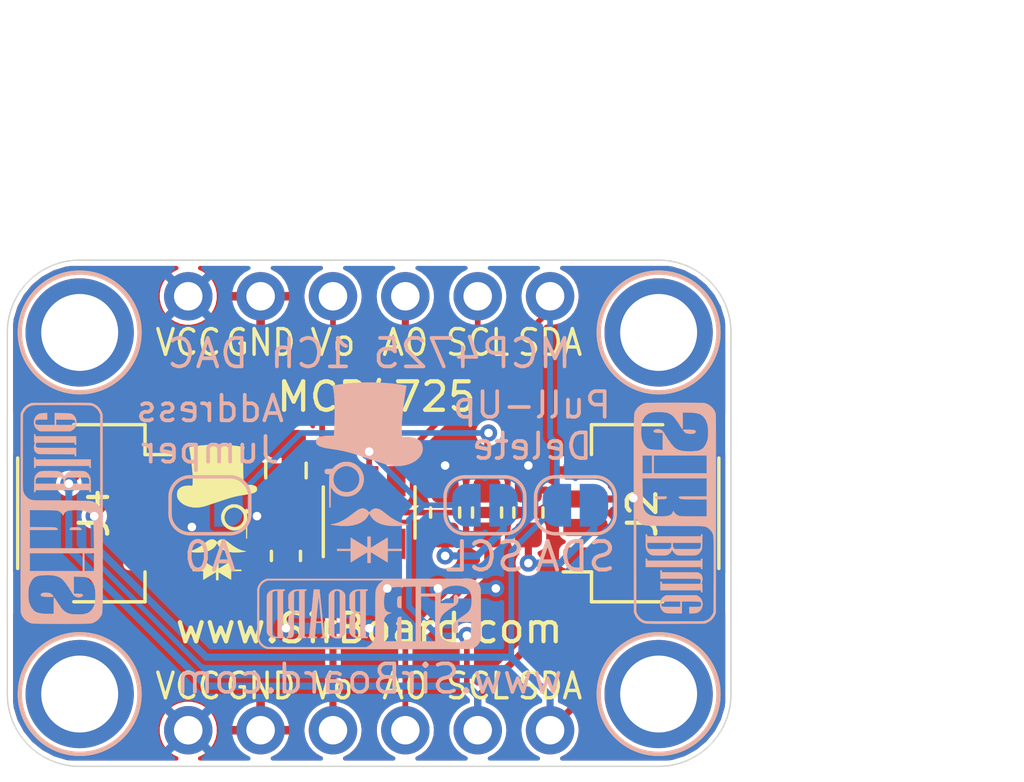
<source format=kicad_pcb>
(kicad_pcb (version 20171130) (host pcbnew "(5.1.2)-2")
  (title_block (title "MCP4725 Breakout") (date 2020-02-09) (rev 2) (company SirBoard) (comment 1 "1 Channel I2C DAC with 12 Bit Resolution") (comment 2 "MCP4725 - SirBlue"))
  (layers (0 F.Cu signal) (31 B.Cu signal) (34 B.Paste user hide) (35 F.Paste user hide) (36 B.SilkS user) (37 F.SilkS user) (38 B.Mask user hide) (39 F.Mask user hide) (44 Edge.Cuts user))
  (net 0 "")
  (net 1 GND)
  (net 2 VCC)
  (net 3 "Net-(JP1-Pad2)")
  (net 4 "Net-(JP2-Pad2)")
  (net 5 SCL)
  (net 6 "Net-(JP3-Pad2)")
  (net 7 SDA)
  (net 8 A0)
  (net 9 Vout)
  (module Capacitor_SMD:C_0805_2012Metric (layer F.Cu) (at 62.357 34.4655 90)
    (fp_text reference C1 hide)
    (fp_text value 10uF)
    (pad 2 smd roundrect (at 0.9375 0 90) (size 0.975 1.4) (layers F.Cu F.Paste F.Mask) (net 1 GND))
    (pad 1 smd roundrect (at -0.9375 0 90) (size 0.975 1.4) (layers F.Cu F.Paste F.Mask) (net 2 VCC))
  )
  (module Package_TO_SOT_SMD:SOT-23-6 (layer F.Cu) (at 65.278 35.941 90)
    (fp_text reference U1 hide)
    (fp_text value MCP4725)
    (pad 5 smd rect (at 1.1 0 90) (size 1.06 0.65) (layers F.Cu F.Paste F.Mask) (net 5 SCL))
    (pad 6 smd rect (at 1.1 -0.95 90) (size 1.06 0.65) (layers F.Cu F.Paste F.Mask) (net 8 A0))
    (pad 4 smd rect (at 1.1 0.95 90) (size 1.06 0.65) (layers F.Cu F.Paste F.Mask) (net 7 SDA))
    (pad 3 smd rect (at -1.1 0.95 90) (size 1.06 0.65) (layers F.Cu F.Paste F.Mask) (net 2 VCC))
    (pad 2 smd rect (at -1.1 0 90) (size 1.06 0.65) (layers F.Cu F.Paste F.Mask) (net 1 GND))
    (pad 1 smd rect (at -1.1 -0.95 90) (size 1.06 0.65) (layers F.Cu F.Paste F.Mask) (net 9 Vout))
  )
  (module logo:logo47x67 (layer F.Cu) (at 59.944 35.941)
    (fp_text reference G*** hide)
    (fp_text value LOGO hide)
  )
  (module Resistor_SMD:R_0603_1608Metric (layer F.Cu) (at 69.416 35.941 270)
    (fp_text reference R3 hide)
    (fp_text value 10K)
    (pad 2 smd roundrect (at 0.7875 0 270) (size 0.875 0.95) (layers F.Cu F.Paste F.Mask) (net 8 A0))
    (pad 1 smd roundrect (at -0.7875 0 270) (size 0.875 0.95) (layers F.Cu F.Paste F.Mask) (net 3 "Net-(JP1-Pad2)"))
  )
  (module Resistor_SMD:R_0603_1608Metric (layer F.Cu) (at 70.866 35.941 270)
    (fp_text reference R2 hide)
    (fp_text value 10K)
    (pad 2 smd roundrect (at 0.7875 0 270) (size 0.875 0.95) (layers F.Cu F.Paste F.Mask) (net 6 "Net-(JP3-Pad2)"))
    (pad 1 smd roundrect (at -0.7875 0 270) (size 0.875 0.95) (layers F.Cu F.Paste F.Mask) (net 2 VCC))
  )
  (module Resistor_SMD:R_0603_1608Metric (layer F.Cu) (at 67.945 35.941 270)
    (fp_text reference R1 hide)
    (fp_text value 10K)
    (pad 2 smd roundrect (at 0.7875 0 270) (size 0.875 0.95) (layers F.Cu F.Paste F.Mask) (net 4 "Net-(JP2-Pad2)"))
    (pad 1 smd roundrect (at -0.7875 0 270) (size 0.875 0.95) (layers F.Cu F.Paste F.Mask) (net 2 VCC))
  )
  (module Jumper:SolderJumper-2_P1.3mm_Open_RoundedPad1.0x1.5mm (layer B.Cu) (at 72.517 35.687)
    (fp_text reference SDA (at 0 1.8) (layer B.SilkS) (effects (font (thickness 0.14)) (justify mirror)))
    (fp_text value SolderJumper_2_Open)
    (pad 1 smd custom (at -0.65 0) (size 1 0.5) (layers B.Cu B.Mask) (net 7 SDA) (options (clearance outline) (anchor rect)) (primitives (gr_circle (center 0 -0.25) (end 0.5 -0.25) (width 0)) (gr_circle (center 0 0.25) (end 0.5 0.25) (width 0)) (gr_poly (pts (xy 0 0.75) (xy 0.5 0.75) (xy 0.5 -0.75) (xy 0 -0.75)) (width 0))))
    (pad 2 smd custom (at 0.65 0) (size 1 0.5) (layers B.Cu B.Mask) (net 6 "Net-(JP3-Pad2)") (options (clearance outline) (anchor rect)) (primitives (gr_circle (center 0 -0.25) (end 0.5 -0.25) (width 0)) (gr_circle (center 0 0.25) (end 0.5 0.25) (width 0)) (gr_poly (pts (xy 0 0.75) (xy -0.5 0.75) (xy -0.5 -0.75) (xy 0 -0.75)) (width 0))))
  )
  (module Jumper:SolderJumper-2_P1.3mm_Open_RoundedPad1.0x1.5mm (layer B.Cu) (at 69.342 35.687)
    (fp_text reference SCL (at 0 1.8) (layer B.SilkS) (effects (font (thickness 0.14)) (justify mirror)))
    (fp_text value SolderJumper_2_Open)
    (pad 1 smd custom (at -0.65 0) (size 1 0.5) (layers B.Cu B.Mask) (net 5 SCL) (options (clearance outline) (anchor rect)) (primitives (gr_circle (center 0 -0.25) (end 0.5 -0.25) (width 0)) (gr_circle (center 0 0.25) (end 0.5 0.25) (width 0)) (gr_poly (pts (xy 0 0.75) (xy 0.5 0.75) (xy 0.5 -0.75) (xy 0 -0.75)) (width 0))))
    (pad 2 smd custom (at 0.65 0) (size 1 0.5) (layers B.Cu B.Mask) (net 4 "Net-(JP2-Pad2)") (options (clearance outline) (anchor rect)) (primitives (gr_circle (center 0 -0.25) (end 0.5 -0.25) (width 0)) (gr_circle (center 0 0.25) (end 0.5 0.25) (width 0)) (gr_poly (pts (xy 0 0.75) (xy -0.5 0.75) (xy -0.5 -0.75) (xy 0 -0.75)) (width 0))))
  )
  (module Jumper:SolderJumper-2_P1.3mm_Open_RoundedPad1.0x1.5mm (layer B.Cu) (at 59.69 35.687)
    (fp_text reference A0 (at 0 1.8) (layer B.SilkS) (effects (font (thickness 0.14)) (justify mirror)))
    (fp_text value SolderJumper_2_Open)
    (pad 1 smd custom (at -0.65 0) (size 1 0.5) (layers B.Cu B.Mask) (net 2 VCC) (options (clearance outline) (anchor rect)) (primitives (gr_circle (center 0 -0.25) (end 0.5 -0.25) (width 0)) (gr_circle (center 0 0.25) (end 0.5 0.25) (width 0)) (gr_poly (pts (xy 0 0.75) (xy 0.5 0.75) (xy 0.5 -0.75) (xy 0 -0.75)) (width 0))))
    (pad 2 smd custom (at 0.65 0) (size 1 0.5) (layers B.Cu B.Mask) (net 3 "Net-(JP1-Pad2)") (options (clearance outline) (anchor rect)) (primitives (gr_circle (center 0 -0.25) (end 0.5 -0.25) (width 0)) (gr_circle (center 0 0.25) (end 0.5 0.25) (width 0)) (gr_poly (pts (xy 0 0.75) (xy -0.5 0.75) (xy -0.5 -0.75) (xy 0 -0.75)) (width 0))))
  )
  (module Capacitor_SMD:C_0603_1608Metric (layer F.Cu) (at 62.357 37.465 270)
    (fp_text reference C5 hide)
    (fp_text value 100nF)
    (pad 2 smd roundrect (at 0.7875 0 270) (size 0.875 0.95) (layers F.Cu F.Paste F.Mask) (net 1 GND))
    (pad 1 smd roundrect (at -0.7875 0 270) (size 0.875 0.95) (layers F.Cu F.Paste F.Mask) (net 2 VCC))
  )
  (module logo:SirBoard79x25 (layer B.Cu) (at 65.278 39.497 180)
    (fp_text reference G*** hide)
    (fp_text value LOGO hide)
  )
  (module logo:logo63x89 (layer B.Cu) (at 65.278 34.544 180)
    (fp_text reference G*** hide)
    (fp_text value LOGO hide)
  )
  (module logo:SirBlue78x29 (layer B.Cu) (at 76.0095 35.9664 270)
    (fp_text reference G*** hide)
    (fp_text value LOGO hide)
  )
  (module logo:SirBlue78x29 (layer B.Cu) (at 54.483 35.9664 90)
    (fp_text reference G*** hide)
    (fp_text value LOGO hide)
  )
  (module Connector_PinHeader_2.54mm:PinHeader_1x06_P2.54mm_Vertical (layer B.Cu) (at 58.928 28.3464 270)
    (fp_text reference J3 hide)
    (fp_text value Conn_01x06)
    (pad 6 thru_hole oval (at 0 -12.7 270) (size 1.7 1.7) (drill 1) (layers *.Cu *.Mask) (net 7 SDA))
    (pad 5 thru_hole oval (at 0 -10.16 270) (size 1.7 1.7) (drill 1) (layers *.Cu *.Mask) (net 5 SCL))
    (pad 4 thru_hole oval (at 0 -7.62 270) (size 1.7 1.7) (drill 1) (layers *.Cu *.Mask) (net 8 A0))
    (pad 3 thru_hole oval (at 0 -5.08 270) (size 1.7 1.7) (drill 1) (layers *.Cu *.Mask) (net 9 Vout))
    (pad 2 thru_hole oval (at 0 -2.54 270) (size 1.7 1.7) (drill 1) (layers *.Cu *.Mask) (net 1 GND))
    (pad 1 thru_hole circle (at 0 0 270) (size 1.7 1.7) (drill 1) (layers *.Cu *.Mask) (net 2 VCC))
  )
  (module Connector_PinHeader_2.54mm:PinHeader_1x06_P2.54mm_Vertical (layer B.Cu) (at 58.928 43.5864 270)
    (fp_text reference J1 hide)
    (fp_text value Conn_01x06)
    (pad 6 thru_hole oval (at 0 -12.7 270) (size 1.7 1.7) (drill 1) (layers *.Cu *.Mask) (net 7 SDA))
    (pad 5 thru_hole oval (at 0 -10.16 270) (size 1.7 1.7) (drill 1) (layers *.Cu *.Mask) (net 5 SCL))
    (pad 4 thru_hole oval (at 0 -7.62 270) (size 1.7 1.7) (drill 1) (layers *.Cu *.Mask) (net 8 A0))
    (pad 3 thru_hole oval (at 0 -5.08 270) (size 1.7 1.7) (drill 1) (layers *.Cu *.Mask) (net 9 Vout))
    (pad 2 thru_hole oval (at 0 -2.54 270) (size 1.7 1.7) (drill 1) (layers *.Cu *.Mask) (net 1 GND))
    (pad 1 thru_hole circle (at 0 0 270) (size 1.7 1.7) (drill 1) (layers *.Cu *.Mask) (net 2 VCC))
  )
  (module Connector_JST:JST_SH_SM04B-SRSS-TB_1x04-1MP_P1.00mm_Horizontal (layer F.Cu) (at 55.626 35.9664 270)
    (fp_text reference J4 (at 0 0 270) (layer F.SilkS))
    (fp_text value Conn_01x04)
    (pad MP smd roundrect (at 2.8 1.875 270) (size 1.2 1.8) (layers F.Cu F.Paste F.Mask) (roundrect_rratio 0.208333))
    (pad MP smd roundrect (at -2.8 1.875 270) (size 1.2 1.8) (layers F.Cu F.Paste F.Mask) (roundrect_rratio 0.208333))
    (pad 4 smd roundrect (at 1.5 -2 270) (size 0.6 1.55) (layers F.Cu F.Paste F.Mask) (net 1 GND))
    (pad 3 smd roundrect (at 0.5 -2 270) (size 0.6 1.55) (layers F.Cu F.Paste F.Mask) (net 2 VCC))
    (pad 2 smd roundrect (at -0.5 -2 270) (size 0.6 1.55) (layers F.Cu F.Paste F.Mask) (net 7 SDA))
    (pad 1 smd roundrect (at -1.5 -2 270) (size 0.6 1.55) (layers F.Cu F.Paste F.Mask) (net 5 SCL))
  )
  (module Connector_JST:JST_SH_SM04B-SRSS-TB_1x04-1MP_P1.00mm_Horizontal (layer F.Cu) (at 74.8665 35.9664 90)
    (fp_text reference J2 (at 0 0 90) (layer F.SilkS))
    (fp_text value Conn_01x04)
    (pad MP smd roundrect (at 2.8 1.875 90) (size 1.2 1.8) (layers F.Cu F.Paste F.Mask) (roundrect_rratio 0.208333))
    (pad MP smd roundrect (at -2.8 1.875 90) (size 1.2 1.8) (layers F.Cu F.Paste F.Mask) (roundrect_rratio 0.208333))
    (pad 4 smd roundrect (at 1.5 -2 90) (size 0.6 1.55) (layers F.Cu F.Paste F.Mask) (net 1 GND))
    (pad 3 smd roundrect (at 0.5 -2 90) (size 0.6 1.55) (layers F.Cu F.Paste F.Mask) (net 2 VCC))
    (pad 2 smd roundrect (at -0.5 -2 90) (size 0.6 1.55) (layers F.Cu F.Paste F.Mask) (net 7 SDA))
    (pad 1 smd roundrect (at -1.5 -2 90) (size 0.6 1.55) (layers F.Cu F.Paste F.Mask) (net 5 SCL))
  )
  (module SirBoardLibrary:MountingHole_M2.5_SirBoard (layer F.Cu) (at 55.118 42.3164 270)
    (fp_text reference H1 hide)
    (fp_text value MountingHole)
    (pad 1 thru_hole circle (at 0 0 270) (size 3.8 3.8) (drill 2.7) (layers *.Cu *.Mask))
  )
  (module SirBoardLibrary:MountingHole_M2.5_SirBoard (layer F.Cu) (at 55.118 29.6164 270)
    (fp_text reference H2 hide)
    (fp_text value MountingHole)
    (pad 1 thru_hole circle (at 0 0 270) (size 3.8 3.8) (drill 2.7) (layers *.Cu *.Mask))
  )
  (module SirBoardLibrary:MountingHole_M2.5_SirBoard (layer F.Cu) (at 75.438 42.3164 90)
    (fp_text reference H3 hide)
    (fp_text value MountingHole)
    (pad 1 thru_hole circle (at 0 0 90) (size 3.8 3.8) (drill 2.7) (layers *.Cu *.Mask))
  )
  (module SirBoardLibrary:MountingHole_M2.5_SirBoard (layer F.Cu) (at 75.438 29.6164 90)
    (fp_text reference H4 hide)
    (fp_text value MountingHole)
    (pad 1 thru_hole circle (at 0 0 90) (size 3.8 3.8) (drill 2.7) (layers *.Cu *.Mask))
  )
  (gr_text www.SirBoard.com (at 65.278 40.005) (layer F.SilkS) (effects (font (size 1 1))))
  (gr_text "Address\nJumper" (at 59.69 33.02) (layer B.SilkS) (effects (font (size 0.9 0.9) (thickness 0.13)) (justify mirror)))
  (gr_text Vo (at 64.008 42.037) (layer F.SilkS) (effects (font (size 0.9 0.8) (thickness 0.12))))
  (gr_text MCP4725 (at 65.532 31.877) (layer F.SilkS) (effects (font (size 1 1))))
  (gr_text "Pull-Up\nDelete" (at 70.993 32.893) (layer B.SilkS) (effects (font (size 0.9 0.9) (thickness 0.13)) (justify mirror)))
  (gr_text Vo (at 64.008 29.972) (layer F.SilkS) (effects (font (size 0.9 0.9) (thickness 0.12))))
  (gr_text A0 (at 66.548 29.972) (layer F.SilkS) (effects (font (size 0.9 0.9) (thickness 0.12))))
  (gr_text VCC (at 58.928 29.972) (layer F.SilkS) (effects (font (size 0.9 0.8) (thickness 0.12))))
  (gr_text GND (at 61.468 29.972) (layer F.SilkS) (effects (font (size 0.9 0.8) (thickness 0.12))))
  (gr_text SDA (at 71.628 29.972) (layer F.SilkS) (effects (font (size 0.9 0.8) (thickness 0.12))))
  (gr_text SCL (at 69.088 29.972) (layer F.SilkS) (effects (font (size 0.9 0.8) (thickness 0.12))))
  (gr_text VCC (at 58.928 42.037) (layer F.SilkS) (effects (font (size 0.9 0.8) (thickness 0.12))))
  (gr_text GND (at 61.468 42.037) (layer F.SilkS) (effects (font (size 0.9 0.8) (thickness 0.12))))
  (gr_text A0 (at 66.548 42.037) (layer F.SilkS) (effects (font (size 0.9 0.9) (thickness 0.12))))
  (gr_text SCL (at 69.088 42.037) (layer F.SilkS) (effects (font (size 0.9 0.8) (thickness 0.12))))
  (gr_text SDA (at 71.628 42.037) (layer F.SilkS) (effects (font (size 0.9 0.8) (thickness 0.12))))
  (gr_arc (start 55.118 29.6164) (end 55.118 27.0764) (angle -90) (layer Edge.Cuts) (width 0.05))
  (gr_arc (start 75.438 29.6164) (end 77.978 29.6164) (angle -90) (layer Edge.Cuts) (width 0.05))
  (gr_arc (start 75.438 42.3164) (end 75.438 44.8564) (angle -90) (layer Edge.Cuts) (width 0.05))
  (gr_arc (start 55.118 42.3164) (end 52.578 42.3164) (angle -90) (layer Edge.Cuts) (width 0.05))
  (gr_line (start 52.578 42.3164) (end 52.578 29.6164) (layer Edge.Cuts) (width 0.05))
  (gr_line (start 55.118 27.0764) (end 75.438 27.0764) (layer Edge.Cuts) (width 0.05))
  (gr_line (start 77.978 29.6164) (end 77.978 42.3164) (layer Edge.Cuts) (width 0.05))
  (gr_line (start 75.438 44.8564) (end 55.118 44.8564) (layer Edge.Cuts) (width 0.05))
  (gr_text "MCP4725 1Ch DAC" (at 65.278 30.353) (layer B.SilkS) (effects (font (size 1 1) (thickness 0.13)) (justify mirror)))
  (gr_text www.SirBoard.com (at 65.278 41.783) (layer B.SilkS) (effects (font (size 1 1) (thickness 0.13)) (justify mirror)))
  (via (at 65.278 40.005) (size 0.6) (drill 0.3) (layers F.Cu B.Cu) (net 1))
  (segment (start 65.278 37.041) (end 65.278 38.735) (width 0.2) (layer F.Cu) (net 1))
  (via (at 62.357 40.005) (size 0.6) (drill 0.3) (layers F.Cu B.Cu) (net 1))
  (segment (start 62.357 39.116) (end 62.357 38.2525) (width 0.2) (layer F.Cu) (net 1))
  (via (at 67.691 38.608) (size 0.6) (drill 0.3) (layers F.Cu B.Cu) (net 1))
  (via (at 69.723 38.608) (size 0.6) (drill 0.3) (layers F.Cu B.Cu) (net 1))
  (segment (start 67.691 38.608) (end 69.723 38.608) (width 0.4) (layer B.Cu) (net 1))
  (segment (start 62.357 40.005) (end 65.278 40.005) (width 0.4) (layer B.Cu) (net 1))
  (segment (start 71.7884 35.4664) (end 72.8665 35.4664) (width 0.25) (layer F.Cu) (net 2))
  (segment (start 71.4755 35.1535) (end 71.7884 35.4664) (width 0.25) (layer F.Cu) (net 2))
  (via (at 74.549 35.433) (size 0.6) (drill 0.3) (layers F.Cu B.Cu) (net 2))
  (segment (start 72.8665 35.4664) (end 74.5156 35.4664) (width 0.25) (layer F.Cu) (net 2))
  (segment (start 74.5156 35.4664) (end 74.549 35.433) (width 0.25) (layer F.Cu) (net 2))
  (segment (start 62.357 35.403) (end 62.357 36.068) (width 0.25) (layer F.Cu) (net 2))
  (segment (start 62.357 36.068) (end 62.357 36.6775) (width 0.25) (layer F.Cu) (net 2))
  (segment (start 62.357 36.068) (end 62.357 36.068) (width 0.25) (layer F.Cu) (net 2))
  (segment (start 67.9105 35.1535) (end 67.945 35.1535) (width 0.25) (layer F.Cu) (net 2))
  (segment (start 66.228 37.041) (end 66.228 36.836) (width 0.25) (layer F.Cu) (net 2))
  (segment (start 71.4755 35.1535) (end 70.866 35.1535) (width 0.25) (layer F.Cu) (net 2))
  (via (at 59.055 36.449) (size 0.6) (drill 0.3) (layers F.Cu B.Cu) (net 2))
  (segment (start 57.626 36.4664) (end 59.0376 36.4664) (width 0.2) (layer F.Cu) (net 2))
  (segment (start 59.0376 36.4664) (end 59.055 36.449) (width 0.2) (layer F.Cu) (net 2))
  (via (at 67.945 34.29) (size 0.6) (drill 0.3) (layers F.Cu B.Cu) (net 2))
  (segment (start 67.945 35.1535) (end 67.945 34.29) (width 0.2) (layer F.Cu) (net 2))
  (via (at 70.866 34.29) (size 0.6) (drill 0.3) (layers F.Cu B.Cu) (net 2))
  (segment (start 70.866 35.1535) (end 70.866 34.29) (width 0.2) (layer F.Cu) (net 2))
  (via (at 65.913 38.608) (size 0.6) (drill 0.3) (layers F.Cu B.Cu) (net 2))
  (segment (start 66.228 37.041) (end 66.228 38.293) (width 0.4) (layer F.Cu) (net 2))
  (segment (start 66.228 38.293) (end 65.913 38.608) (width 0.4) (layer F.Cu) (net 2))
  (via (at 61.340998 36.068) (size 0.6) (drill 0.3) (layers F.Cu B.Cu) (net 2))
  (segment (start 62.357 36.068) (end 61.340998 36.068) (width 0.25) (layer F.Cu) (net 2))
  (via (at 69.469 33.147) (size 0.6) (drill 0.3) (layers F.Cu B.Cu) (net 3))
  (segment (start 69.416 35.1535) (end 69.416 33.2) (width 0.2) (layer F.Cu) (net 3))
  (segment (start 69.416 33.2) (end 69.469 33.147) (width 0.2) (layer F.Cu) (net 3))
  (segment (start 60.34 35.687) (end 62.88 33.147) (width 0.2) (layer B.Cu) (net 3))
  (segment (start 62.88 33.147) (end 69.044736 33.147) (width 0.2) (layer B.Cu) (net 3))
  (segment (start 69.044736 33.147) (end 69.469 33.147) (width 0.2) (layer B.Cu) (net 3))
  (via (at 67.945 37.465) (size 0.6) (drill 0.3) (layers F.Cu B.Cu) (net 4))
  (segment (start 67.945 37.592) (end 67.945 36.7285) (width 0.25) (layer F.Cu) (net 4))
  (segment (start 69.061592 37.465) (end 67.945 37.465) (width 0.25) (layer B.Cu) (net 4))
  (segment (start 69.992 35.687) (end 69.992 36.534592) (width 0.25) (layer B.Cu) (net 4))
  (segment (start 69.992 36.534592) (end 69.061592 37.465) (width 0.25) (layer B.Cu) (net 4))
  (segment (start 72.8665 38.6395) (end 72.8665 37.4664) (width 0.25) (layer F.Cu) (net 5))
  (segment (start 69.088 43.5864) (end 69.088 42.418) (width 0.25) (layer F.Cu) (net 5))
  (segment (start 69.088 42.418) (end 72.8665 38.6395) (width 0.25) (layer F.Cu) (net 5))
  (segment (start 69.088 42.384319) (end 68.740681 42.037) (width 0.25) (layer B.Cu) (net 5))
  (segment (start 69.088 43.5864) (end 69.088 42.384319) (width 0.25) (layer B.Cu) (net 5))
  (segment (start 68.740681 42.037) (end 59.563 42.037) (width 0.25) (layer B.Cu) (net 5))
  (via (at 54.737 34.925) (size 0.6) (drill 0.3) (layers F.Cu B.Cu) (net 5))
  (segment (start 59.563 42.037) (end 54.737 37.211) (width 0.25) (layer B.Cu) (net 5))
  (segment (start 54.737 37.211) (end 54.737 34.925) (width 0.25) (layer B.Cu) (net 5))
  (segment (start 55.1956 34.4664) (end 57.626 34.4664) (width 0.25) (layer F.Cu) (net 5))
  (segment (start 54.737 34.925) (end 55.1956 34.4664) (width 0.25) (layer F.Cu) (net 5))
  (segment (start 68.692 35.687) (end 67.183 35.687) (width 0.2) (layer B.Cu) (net 5))
  (via (at 68.707 40.259) (size 0.6) (drill 0.3) (layers F.Cu B.Cu) (net 5))
  (segment (start 68.707 40.259) (end 68.707 42.037) (width 0.2) (layer F.Cu) (net 5))
  (segment (start 68.707 42.037) (end 69.088 42.418) (width 0.2) (layer F.Cu) (net 5))
  (via (at 65.278 33.80101) (size 0.6) (drill 0.3) (layers F.Cu B.Cu) (net 5))
  (segment (start 67.183 35.687) (end 67.16399 35.687) (width 0.2) (layer B.Cu) (net 5))
  (segment (start 69.088 29.99101) (end 65.577999 33.501011) (width 0.2) (layer F.Cu) (net 5))
  (segment (start 65.577999 33.501011) (end 65.278 33.80101) (width 0.2) (layer F.Cu) (net 5))
  (segment (start 69.088 28.3464) (end 69.088 29.99101) (width 0.2) (layer F.Cu) (net 5))
  (segment (start 67.16399 35.687) (end 65.577999 34.101009) (width 0.2) (layer B.Cu) (net 5))
  (segment (start 65.577999 34.101009) (end 65.278 33.80101) (width 0.2) (layer B.Cu) (net 5))
  (segment (start 65.278 34.841) (end 65.278 33.80101) (width 0.2) (layer F.Cu) (net 5))
  (segment (start 67.691 40.259) (end 68.707 40.259) (width 0.2) (layer B.Cu) (net 5))
  (segment (start 66.675 39.243) (end 67.691 40.259) (width 0.2) (layer B.Cu) (net 5))
  (segment (start 67.183 35.687) (end 66.675 36.195) (width 0.2) (layer B.Cu) (net 5))
  (segment (start 66.675 36.195) (end 66.675 39.243) (width 0.2) (layer B.Cu) (net 5))
  (via (at 70.866 37.719) (size 0.6) (drill 0.3) (layers F.Cu B.Cu) (net 6))
  (segment (start 71.982592 37.719) (end 70.866 37.719) (width 0.25) (layer B.Cu) (net 6))
  (segment (start 73.167 35.687) (end 73.167 36.534592) (width 0.25) (layer B.Cu) (net 6))
  (segment (start 73.167 36.534592) (end 71.982592 37.719) (width 0.25) (layer B.Cu) (net 6))
  (segment (start 70.866 37.719) (end 70.866 36.7285) (width 0.25) (layer F.Cu) (net 6))
  (segment (start 72.477999 42.736401) (end 72.477999 40.171001) (width 0.25) (layer F.Cu) (net 7))
  (segment (start 71.628 43.5864) (end 72.477999 42.736401) (width 0.25) (layer F.Cu) (net 7))
  (segment (start 72.477999 40.171001) (end 74.295 38.354) (width 0.25) (layer F.Cu) (net 7))
  (segment (start 74.295 38.354) (end 74.295 36.83) (width 0.25) (layer F.Cu) (net 7))
  (segment (start 73.9314 36.4664) (end 72.8665 36.4664) (width 0.25) (layer F.Cu) (net 7))
  (segment (start 74.295 36.83) (end 73.9314 36.4664) (width 0.25) (layer F.Cu) (net 7))
  (segment (start 71.628 42.384319) (end 70.264681 41.021) (width 0.25) (layer B.Cu) (net 7))
  (segment (start 71.628 43.5864) (end 71.628 42.384319) (width 0.25) (layer B.Cu) (net 7))
  (segment (start 70.264681 41.021) (end 59.563 41.021) (width 0.25) (layer B.Cu) (net 7))
  (via (at 55.626 36.068) (size 0.6) (drill 0.3) (layers F.Cu B.Cu) (net 7))
  (segment (start 59.563 41.021) (end 55.626 37.084) (width 0.25) (layer B.Cu) (net 7))
  (segment (start 55.626 37.084) (end 55.626 36.068) (width 0.25) (layer B.Cu) (net 7))
  (segment (start 56.2276 35.4664) (end 57.626 35.4664) (width 0.25) (layer F.Cu) (net 7))
  (segment (start 55.626 36.068) (end 56.2276 35.4664) (width 0.25) (layer F.Cu) (net 7))
  (segment (start 71.342226 36.211774) (end 71.342226 36.226774) (width 0.2) (layer B.Cu) (net 7))
  (segment (start 71.867 35.687) (end 71.342226 36.211774) (width 0.2) (layer B.Cu) (net 7))
  (segment (start 70.264681 37.304319) (end 70.264681 41.021) (width 0.2) (layer B.Cu) (net 7))
  (segment (start 71.342226 36.226774) (end 70.264681 37.304319) (width 0.2) (layer B.Cu) (net 7))
  (segment (start 71.867 35.687) (end 71.867 33.513) (width 0.2) (layer B.Cu) (net 7))
  (segment (start 71.628 33.274) (end 71.628 28.3464) (width 0.2) (layer B.Cu) (net 7))
  (segment (start 71.867 33.513) (end 71.628 33.274) (width 0.2) (layer B.Cu) (net 7))
  (segment (start 71.628 28.829) (end 71.628 28.3464) (width 0.2) (layer F.Cu) (net 7))
  (segment (start 66.228 34.841) (end 66.228 34.229) (width 0.2) (layer F.Cu) (net 7))
  (segment (start 66.228 34.229) (end 71.628 28.829) (width 0.2) (layer F.Cu) (net 7))
  (segment (start 64.328 34.841) (end 64.328 32.827) (width 0.25) (layer F.Cu) (net 8))
  (segment (start 64.328 32.827) (end 66.548 30.607) (width 0.25) (layer F.Cu) (net 8))
  (segment (start 66.548 30.607) (end 66.548 28.3464) (width 0.25) (layer F.Cu) (net 8))
  (segment (start 69.416 36.7285) (end 69.416 37.772) (width 0.2) (layer F.Cu) (net 8))
  (segment (start 66.548 40.64) (end 66.548 43.5864) (width 0.2) (layer F.Cu) (net 8))
  (segment (start 69.416 37.772) (end 66.548 40.64) (width 0.2) (layer F.Cu) (net 8))
  (segment (start 64.328 35.571) (end 64.698 35.941) (width 0.2) (layer F.Cu) (net 8))
  (segment (start 64.328 34.841) (end 64.328 35.571) (width 0.2) (layer F.Cu) (net 8))
  (segment (start 68.6285 35.941) (end 69.416 36.7285) (width 0.2) (layer F.Cu) (net 8))
  (segment (start 64.698 35.941) (end 68.6285 35.941) (width 0.2) (layer F.Cu) (net 8))
  (segment (start 64.008 38.862) (end 64.008 43.5864) (width 0.25) (layer F.Cu) (net 9))
  (segment (start 64.328 37.041) (end 64.328 38.542) (width 0.25) (layer F.Cu) (net 9))
  (segment (start 64.328 38.542) (end 64.008 38.862) (width 0.25) (layer F.Cu) (net 9))
  (segment (start 64.008 28.3464) (end 64.008 31.877) (width 0.2) (layer F.Cu) (net 9))
  (segment (start 64.008 31.877) (end 63.627 32.258) (width 0.2) (layer F.Cu) (net 9))
  (segment (start 64.328 36.311) (end 64.328 37.041) (width 0.2) (layer F.Cu) (net 9))
  (segment (start 63.627 35.61) (end 64.328 36.311) (width 0.2) (layer F.Cu) (net 9))
  (segment (start 63.627 32.258) (end 63.627 35.61) (width 0.2) (layer F.Cu) (net 9))
  (zone (net 2) (net_name VCC) (layer B.Cu) (connect_pads (clearance 0.15)) (min_thickness 0.15) (fill yes (arc_segments 32) (thermal_gap 0.2) (thermal_bridge_width 0.3))
    (polygon (pts (xy 52.7812 27.2796) (xy 77.7748 27.2796) (xy 77.7748 44.6532) (xy 52.7812 44.6532)))
  )
  (zone (net 1) (net_name GND) (layer F.Cu) (connect_pads (clearance 0.15)) (min_thickness 0.15) (fill yes (arc_segments 32) (thermal_gap 0.2) (thermal_bridge_width 0.3))
    (polygon (pts (xy 52.7812 27.2796) (xy 77.7748 27.2796) (xy 77.7748 44.6532) (xy 52.7812 44.6532)))
  )
)
</source>
